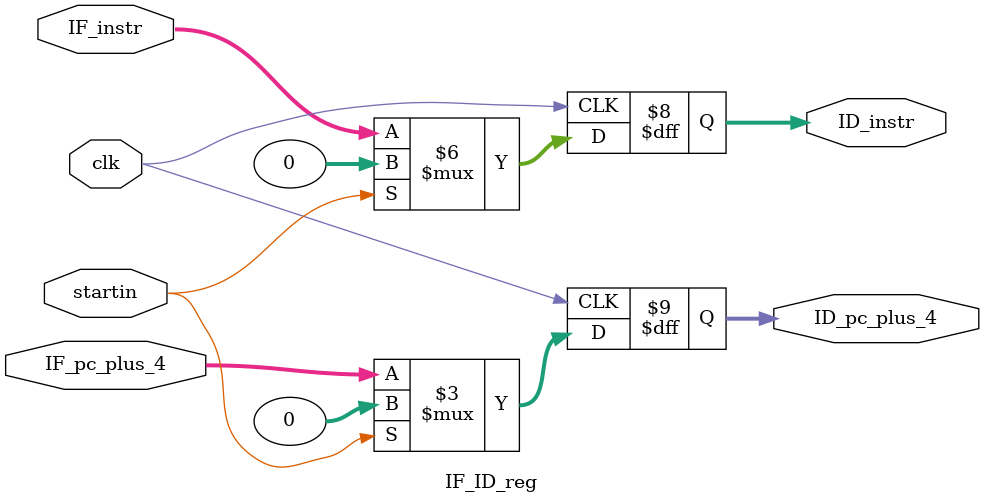
<source format=v>
module IF_ID_reg (
    input clk,
    input startin,
    input [31:0] IF_instr,
    input [31:0] IF_pc_plus_4,
    output reg [31:0] ID_instr,
    output reg [31:0] ID_pc_plus_4
);

  always @(posedge clk) begin
    if (startin) begin
      ID_instr <= 32'b0;
      ID_pc_plus_4 <= 32'b0;
    end else begin
      ID_instr <= IF_instr;
      ID_pc_plus_4 <= IF_pc_plus_4;
    end
  end
endmodule

</source>
